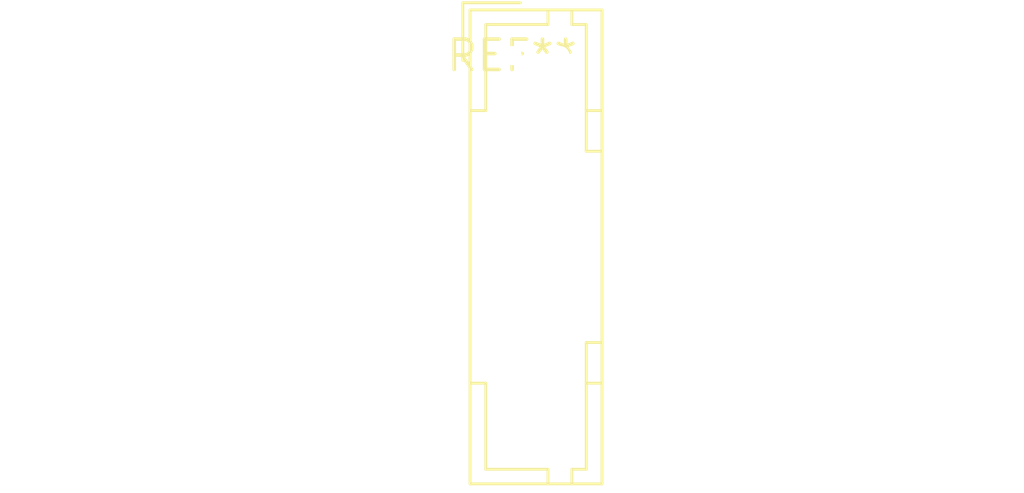
<source format=kicad_pcb>
(kicad_pcb (version 20240108) (generator pcbnew)
  (layers (0 "F.Cu" signal) (31 "B.Cu" signal) (34 "B.Paste" user) (35 "F.Paste" user) (36 "B.SilkS" user "B.Silkscreen") (37 "F.SilkS" user "F.Silkscreen") (38 "B.Mask" user) (39 "F.Mask" user) (44 "Edge.Cuts" user))
  (net 0 "")
  (footprint "JAE_LY20-18P-DT1_2x09_P2.00mm_Vertical" (layer "F.Cu") (at 0 0)
    (property "Reference" "REF**")
    (property "Value" "JAE_LY20-18P-DT1_2x09_P2.00mm_Vertical")
    (fp_line (start -2.06 -2.21) (end -2.06 0.2) (layer "F.SilkS") (stroke (width 0.12)))
    (fp_line (start -1.76 -1.91) (end -1.76 17.91) (layer "F.SilkS") (stroke (width 0.12)))
    (fp_line (start -1.76 17.91) (end 3.76 17.91) (layer "F.SilkS") (stroke (width 0.12)))
    (fp_line (start -1.1 -1.3) (end -1.1 2.3) (layer "F.SilkS") (stroke (width 0.12)))
    (fp_line (start -1.1 2.3) (end -1.76 2.3) (layer "F.SilkS") (stroke (width 0.12)))
    (fp_line (start -1.1 13.7) (end -1.76 13.7) (layer "F.SilkS") (stroke (width 0.12)))
    (fp_line (start -1.1 17.3) (end -1.1 13.7) (layer "F.SilkS") (stroke (width 0.12)))
    (fp_line (start 0.35 -2.21) (end -2.06 -2.21) (layer "F.SilkS") (stroke (width 0.12)))
    (fp_line (start 1.5 -1.91) (end 1.5 -1.3) (layer "F.SilkS") (stroke (width 0.12)))
    (fp_line (start 1.5 -1.3) (end -1.1 -1.3) (layer "F.SilkS") (stroke (width 0.12)))
    (fp_line (start 1.5 17.3) (end -1.1 17.3) (layer "F.SilkS") (stroke (width 0.12)))
    (fp_line (start 1.5 17.91) (end 1.5 17.3) (layer "F.SilkS") (stroke (width 0.12)))
    (fp_line (start 2.5 -1.91) (end 2.5 -1.3) (layer "F.SilkS") (stroke (width 0.12)))
    (fp_line (start 2.5 -1.3) (end 3.1 -1.3) (layer "F.SilkS") (stroke (width 0.12)))
    (fp_line (start 2.5 17.3) (end 3.1 17.3) (layer "F.SilkS") (stroke (width 0.12)))
    (fp_line (start 2.5 17.91) (end 2.5 17.3) (layer "F.SilkS") (stroke (width 0.12)))
    (fp_line (start 3.1 -1.3) (end 3.1 4) (layer "F.SilkS") (stroke (width 0.12)))
    (fp_line (start 3.1 4) (end 3.76 4) (layer "F.SilkS") (stroke (width 0.12)))
    (fp_line (start 3.1 12) (end 3.76 12) (layer "F.SilkS") (stroke (width 0.12)))
    (fp_line (start 3.1 17.3) (end 3.1 12) (layer "F.SilkS") (stroke (width 0.12)))
    (fp_line (start 3.76 -1.91) (end -1.76 -1.91) (layer "F.SilkS") (stroke (width 0.12)))
    (fp_line (start 3.76 2.3) (end 3.1 2.3) (layer "F.SilkS") (stroke (width 0.12)))
    (fp_line (start 3.76 13.7) (end 3.1 13.7) (layer "F.SilkS") (stroke (width 0.12)))
    (fp_line (start 3.76 17.91) (end 3.76 -1.91) (layer "F.SilkS") (stroke (width 0.12)))
    (pad "a1" thru_hole roundrect (at 0 0) (size 1.2 1.2) (drill 0.8) (layers *.Cu *.Mask) (remove_unused_layers) (roundrect_rratio 0.208333))
    (pad "a2" thru_hole circle (at 0 2) (size 1.2 1.2) (drill 0.8) (layers *.Cu *.Mask) (remove_unused_layers))
    (pad "a3" thru_hole circle (at 0 4) (size 1.2 1.2) (drill 0.8) (layers *.Cu *.Mask) (remove_unused_layers))
    (pad "a4" thru_hole circle (at 0 6) (size 1.2 1.2) (drill 0.8) (layers *.Cu *.Mask) (remove_unused_layers))
    (pad "a5" thru_hole circle (at 0 8) (size 1.2 1.2) (drill 0.8) (layers *.Cu *.Mask) (remove_unused_layers))
    (pad "a6" thru_hole circle (at 0 10) (size 1.2 1.2) (drill 0.8) (layers *.Cu *.Mask) (remove_unused_layers))
    (pad "a7" thru_hole circle (at 0 12) (size 1.2 1.2) (drill 0.8) (layers *.Cu *.Mask) (remove_unused_layers))
    (pad "a8" thru_hole circle (at 0 14) (size 1.2 1.2) (drill 0.8) (layers *.Cu *.Mask) (remove_unused_layers))
    (pad "a9" thru_hole circle (at 0 16) (size 1.2 1.2) (drill 0.8) (layers *.Cu *.Mask) (remove_unused_layers))
    (pad "b1" thru_hole circle (at 2 0) (size 1.2 1.2) (drill 0.8) (layers *.Cu *.Mask) (remove_unused_layers))
    (pad "b2" thru_hole circle (at 2 2) (size 1.2 1.2) (drill 0.8) (layers *.Cu *.Mask) (remove_unused_layers))
    (pad "b3" thru_hole circle (at 2 4) (size 1.2 1.2) (drill 0.8) (layers *.Cu *.Mask) (remove_unused_layers))
    (pad "b4" thru_hole circle (at 2 6) (size 1.2 1.2) (drill 0.8) (layers *.Cu *.Mask) (remove_unused_layers))
    (pad "b5" thru_hole circle (at 2 8) (size 1.2 1.2) (drill 0.8) (layers *.Cu *.Mask) (remove_unused_layers))
    (pad "b6" thru_hole circle (at 2 10) (size 1.2 1.2) (drill 0.8) (layers *.Cu *.Mask) (remove_unused_layers))
    (pad "b7" thru_hole circle (at 2 12) (size 1.2 1.2) (drill 0.8) (layers *.Cu *.Mask) (remove_unused_layers))
    (pad "b8" thru_hole circle (at 2 14) (size 1.2 1.2) (drill 0.8) (layers *.Cu *.Mask) (remove_unused_layers))
    (pad "b9" thru_hole circle (at 2 16) (size 1.2 1.2) (drill 0.8) (layers *.Cu *.Mask) (remove_unused_layers))
  )
)
</source>
